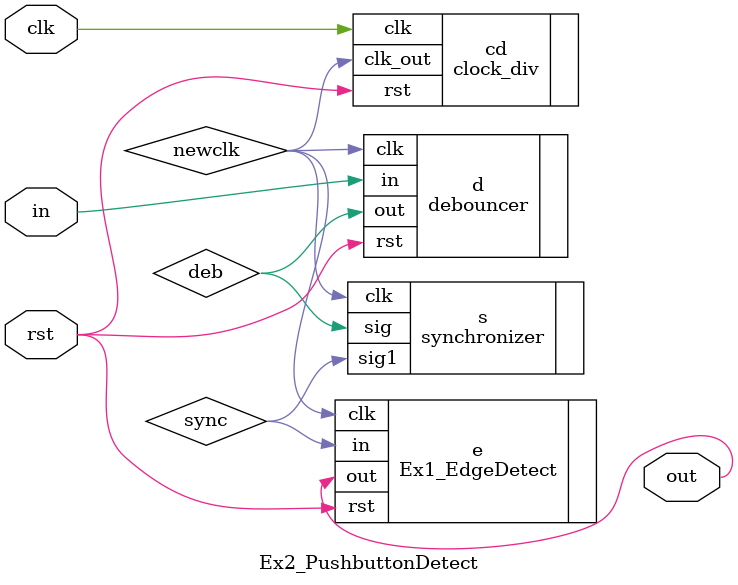
<source format=v>
`timescale 1ns / 1ps


module Ex2_PushbuttonDetect(input clk,rst, in, output out
    );
    wire newclk, deb,sync;
    clock_div#(1000000) cd(.clk(clk), .rst(rst), .clk_out(newclk));
    debouncer d(.clk(newclk), .rst(rst), .in(in), .out(deb));
    synchronizer s(.clk(newclk),.sig(deb),.sig1(sync));
    Ex1_EdgeDetect e( .clk(newclk), .rst(rst), .in(sync), .out(out));
endmodule

</source>
